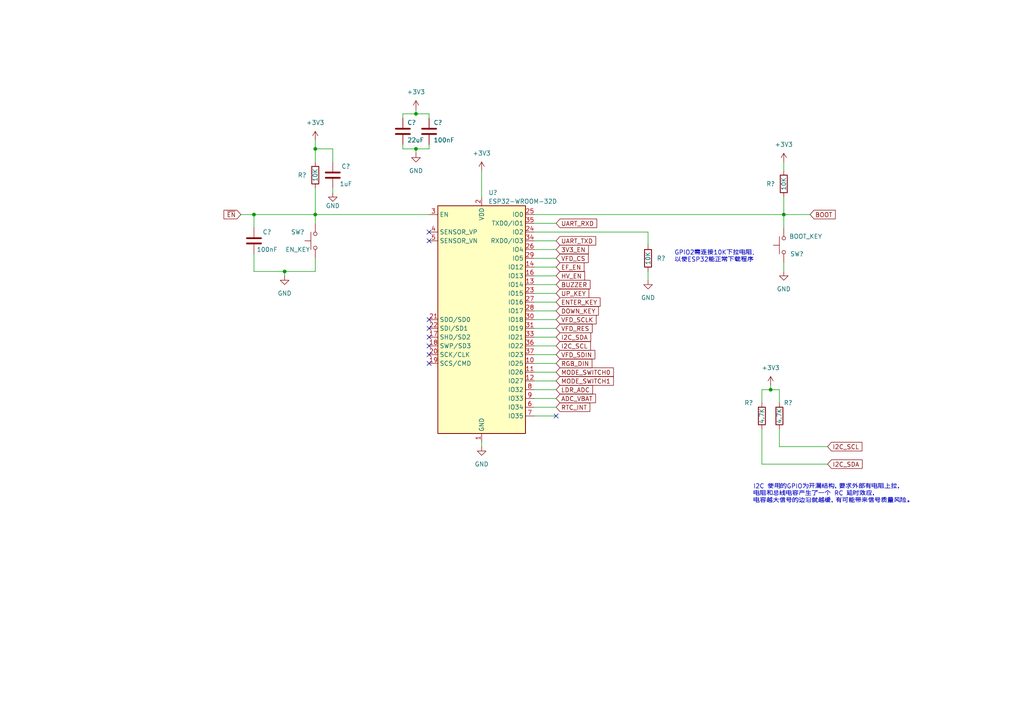
<source format=kicad_sch>
(kicad_sch (version 20230121) (generator eeschema)

  (uuid c3f780b9-b0b4-4e35-9141-424fb3792e70)

  (paper "A4")

  (title_block
    (title "ChronoVolt_Control")
    (date "2023-10-08")
    (rev "0.3")
    (company "Final Resolution")
  )

  (lib_symbols
    (symbol "Device:C" (pin_numbers hide) (pin_names (offset 0.254)) (in_bom yes) (on_board yes)
      (property "Reference" "C" (at 0.635 2.54 0)
        (effects (font (size 1.27 1.27)) (justify left))
      )
      (property "Value" "C" (at 0.635 -2.54 0)
        (effects (font (size 1.27 1.27)) (justify left))
      )
      (property "Footprint" "" (at 0.9652 -3.81 0)
        (effects (font (size 1.27 1.27)) hide)
      )
      (property "Datasheet" "~" (at 0 0 0)
        (effects (font (size 1.27 1.27)) hide)
      )
      (property "ki_keywords" "cap capacitor" (at 0 0 0)
        (effects (font (size 1.27 1.27)) hide)
      )
      (property "ki_description" "Unpolarized capacitor" (at 0 0 0)
        (effects (font (size 1.27 1.27)) hide)
      )
      (property "ki_fp_filters" "C_*" (at 0 0 0)
        (effects (font (size 1.27 1.27)) hide)
      )
      (symbol "C_0_1"
        (polyline
          (pts
            (xy -2.032 -0.762)
            (xy 2.032 -0.762)
          )
          (stroke (width 0.508) (type default))
          (fill (type none))
        )
        (polyline
          (pts
            (xy -2.032 0.762)
            (xy 2.032 0.762)
          )
          (stroke (width 0.508) (type default))
          (fill (type none))
        )
      )
      (symbol "C_1_1"
        (pin passive line (at 0 3.81 270) (length 2.794)
          (name "~" (effects (font (size 1.27 1.27))))
          (number "1" (effects (font (size 1.27 1.27))))
        )
        (pin passive line (at 0 -3.81 90) (length 2.794)
          (name "~" (effects (font (size 1.27 1.27))))
          (number "2" (effects (font (size 1.27 1.27))))
        )
      )
    )
    (symbol "Device:R" (pin_numbers hide) (pin_names (offset 0)) (in_bom yes) (on_board yes)
      (property "Reference" "R" (at 2.032 0 90)
        (effects (font (size 1.27 1.27)))
      )
      (property "Value" "R" (at 0 0 90)
        (effects (font (size 1.27 1.27)))
      )
      (property "Footprint" "" (at -1.778 0 90)
        (effects (font (size 1.27 1.27)) hide)
      )
      (property "Datasheet" "~" (at 0 0 0)
        (effects (font (size 1.27 1.27)) hide)
      )
      (property "ki_keywords" "R res resistor" (at 0 0 0)
        (effects (font (size 1.27 1.27)) hide)
      )
      (property "ki_description" "Resistor" (at 0 0 0)
        (effects (font (size 1.27 1.27)) hide)
      )
      (property "ki_fp_filters" "R_*" (at 0 0 0)
        (effects (font (size 1.27 1.27)) hide)
      )
      (symbol "R_0_1"
        (rectangle (start -1.016 -2.54) (end 1.016 2.54)
          (stroke (width 0.254) (type default))
          (fill (type none))
        )
      )
      (symbol "R_1_1"
        (pin passive line (at 0 3.81 270) (length 1.27)
          (name "~" (effects (font (size 1.27 1.27))))
          (number "1" (effects (font (size 1.27 1.27))))
        )
        (pin passive line (at 0 -3.81 90) (length 1.27)
          (name "~" (effects (font (size 1.27 1.27))))
          (number "2" (effects (font (size 1.27 1.27))))
        )
      )
    )
    (symbol "RF_Module:ESP32-WROOM-32D" (in_bom yes) (on_board yes)
      (property "Reference" "U" (at -12.7 34.29 0)
        (effects (font (size 1.27 1.27)) (justify left))
      )
      (property "Value" "ESP32-WROOM-32D" (at 1.27 34.29 0)
        (effects (font (size 1.27 1.27)) (justify left))
      )
      (property "Footprint" "RF_Module:ESP32-WROOM-32D" (at 16.51 -34.29 0)
        (effects (font (size 1.27 1.27)) hide)
      )
      (property "Datasheet" "https://www.espressif.com/sites/default/files/documentation/esp32-wroom-32d_esp32-wroom-32u_datasheet_en.pdf" (at -7.62 1.27 0)
        (effects (font (size 1.27 1.27)) hide)
      )
      (property "ki_keywords" "RF Radio BT ESP ESP32 Espressif onboard PCB antenna" (at 0 0 0)
        (effects (font (size 1.27 1.27)) hide)
      )
      (property "ki_description" "RF Module, ESP32-D0WD SoC, Wi-Fi 802.11b/g/n, Bluetooth, BLE, 32-bit, 2.7-3.6V, onboard antenna, SMD" (at 0 0 0)
        (effects (font (size 1.27 1.27)) hide)
      )
      (property "ki_fp_filters" "ESP32?WROOM?32D*" (at 0 0 0)
        (effects (font (size 1.27 1.27)) hide)
      )
      (symbol "ESP32-WROOM-32D_0_1"
        (rectangle (start -12.7 33.02) (end 12.7 -33.02)
          (stroke (width 0.254) (type default))
          (fill (type background))
        )
      )
      (symbol "ESP32-WROOM-32D_1_1"
        (pin power_in line (at 0 -35.56 90) (length 2.54)
          (name "GND" (effects (font (size 1.27 1.27))))
          (number "1" (effects (font (size 1.27 1.27))))
        )
        (pin bidirectional line (at 15.24 -12.7 180) (length 2.54)
          (name "IO25" (effects (font (size 1.27 1.27))))
          (number "10" (effects (font (size 1.27 1.27))))
        )
        (pin bidirectional line (at 15.24 -15.24 180) (length 2.54)
          (name "IO26" (effects (font (size 1.27 1.27))))
          (number "11" (effects (font (size 1.27 1.27))))
        )
        (pin bidirectional line (at 15.24 -17.78 180) (length 2.54)
          (name "IO27" (effects (font (size 1.27 1.27))))
          (number "12" (effects (font (size 1.27 1.27))))
        )
        (pin bidirectional line (at 15.24 10.16 180) (length 2.54)
          (name "IO14" (effects (font (size 1.27 1.27))))
          (number "13" (effects (font (size 1.27 1.27))))
        )
        (pin bidirectional line (at 15.24 15.24 180) (length 2.54)
          (name "IO12" (effects (font (size 1.27 1.27))))
          (number "14" (effects (font (size 1.27 1.27))))
        )
        (pin passive line (at 0 -35.56 90) (length 2.54) hide
          (name "GND" (effects (font (size 1.27 1.27))))
          (number "15" (effects (font (size 1.27 1.27))))
        )
        (pin bidirectional line (at 15.24 12.7 180) (length 2.54)
          (name "IO13" (effects (font (size 1.27 1.27))))
          (number "16" (effects (font (size 1.27 1.27))))
        )
        (pin bidirectional line (at -15.24 -5.08 0) (length 2.54)
          (name "SHD/SD2" (effects (font (size 1.27 1.27))))
          (number "17" (effects (font (size 1.27 1.27))))
        )
        (pin bidirectional line (at -15.24 -7.62 0) (length 2.54)
          (name "SWP/SD3" (effects (font (size 1.27 1.27))))
          (number "18" (effects (font (size 1.27 1.27))))
        )
        (pin bidirectional line (at -15.24 -12.7 0) (length 2.54)
          (name "SCS/CMD" (effects (font (size 1.27 1.27))))
          (number "19" (effects (font (size 1.27 1.27))))
        )
        (pin power_in line (at 0 35.56 270) (length 2.54)
          (name "VDD" (effects (font (size 1.27 1.27))))
          (number "2" (effects (font (size 1.27 1.27))))
        )
        (pin bidirectional line (at -15.24 -10.16 0) (length 2.54)
          (name "SCK/CLK" (effects (font (size 1.27 1.27))))
          (number "20" (effects (font (size 1.27 1.27))))
        )
        (pin bidirectional line (at -15.24 0 0) (length 2.54)
          (name "SDO/SD0" (effects (font (size 1.27 1.27))))
          (number "21" (effects (font (size 1.27 1.27))))
        )
        (pin bidirectional line (at -15.24 -2.54 0) (length 2.54)
          (name "SDI/SD1" (effects (font (size 1.27 1.27))))
          (number "22" (effects (font (size 1.27 1.27))))
        )
        (pin bidirectional line (at 15.24 7.62 180) (length 2.54)
          (name "IO15" (effects (font (size 1.27 1.27))))
          (number "23" (effects (font (size 1.27 1.27))))
        )
        (pin bidirectional line (at 15.24 25.4 180) (length 2.54)
          (name "IO2" (effects (font (size 1.27 1.27))))
          (number "24" (effects (font (size 1.27 1.27))))
        )
        (pin bidirectional line (at 15.24 30.48 180) (length 2.54)
          (name "IO0" (effects (font (size 1.27 1.27))))
          (number "25" (effects (font (size 1.27 1.27))))
        )
        (pin bidirectional line (at 15.24 20.32 180) (length 2.54)
          (name "IO4" (effects (font (size 1.27 1.27))))
          (number "26" (effects (font (size 1.27 1.27))))
        )
        (pin bidirectional line (at 15.24 5.08 180) (length 2.54)
          (name "IO16" (effects (font (size 1.27 1.27))))
          (number "27" (effects (font (size 1.27 1.27))))
        )
        (pin bidirectional line (at 15.24 2.54 180) (length 2.54)
          (name "IO17" (effects (font (size 1.27 1.27))))
          (number "28" (effects (font (size 1.27 1.27))))
        )
        (pin bidirectional line (at 15.24 17.78 180) (length 2.54)
          (name "IO5" (effects (font (size 1.27 1.27))))
          (number "29" (effects (font (size 1.27 1.27))))
        )
        (pin input line (at -15.24 30.48 0) (length 2.54)
          (name "EN" (effects (font (size 1.27 1.27))))
          (number "3" (effects (font (size 1.27 1.27))))
        )
        (pin bidirectional line (at 15.24 0 180) (length 2.54)
          (name "IO18" (effects (font (size 1.27 1.27))))
          (number "30" (effects (font (size 1.27 1.27))))
        )
        (pin bidirectional line (at 15.24 -2.54 180) (length 2.54)
          (name "IO19" (effects (font (size 1.27 1.27))))
          (number "31" (effects (font (size 1.27 1.27))))
        )
        (pin no_connect line (at -12.7 -27.94 0) (length 2.54) hide
          (name "NC" (effects (font (size 1.27 1.27))))
          (number "32" (effects (font (size 1.27 1.27))))
        )
        (pin bidirectional line (at 15.24 -5.08 180) (length 2.54)
          (name "IO21" (effects (font (size 1.27 1.27))))
          (number "33" (effects (font (size 1.27 1.27))))
        )
        (pin bidirectional line (at 15.24 22.86 180) (length 2.54)
          (name "RXD0/IO3" (effects (font (size 1.27 1.27))))
          (number "34" (effects (font (size 1.27 1.27))))
        )
        (pin bidirectional line (at 15.24 27.94 180) (length 2.54)
          (name "TXD0/IO1" (effects (font (size 1.27 1.27))))
          (number "35" (effects (font (size 1.27 1.27))))
        )
        (pin bidirectional line (at 15.24 -7.62 180) (length 2.54)
          (name "IO22" (effects (font (size 1.27 1.27))))
          (number "36" (effects (font (size 1.27 1.27))))
        )
        (pin bidirectional line (at 15.24 -10.16 180) (length 2.54)
          (name "IO23" (effects (font (size 1.27 1.27))))
          (number "37" (effects (font (size 1.27 1.27))))
        )
        (pin passive line (at 0 -35.56 90) (length 2.54) hide
          (name "GND" (effects (font (size 1.27 1.27))))
          (number "38" (effects (font (size 1.27 1.27))))
        )
        (pin passive line (at 0 -35.56 90) (length 2.54) hide
          (name "GND" (effects (font (size 1.27 1.27))))
          (number "39" (effects (font (size 1.27 1.27))))
        )
        (pin input line (at -15.24 25.4 0) (length 2.54)
          (name "SENSOR_VP" (effects (font (size 1.27 1.27))))
          (number "4" (effects (font (size 1.27 1.27))))
        )
        (pin input line (at -15.24 22.86 0) (length 2.54)
          (name "SENSOR_VN" (effects (font (size 1.27 1.27))))
          (number "5" (effects (font (size 1.27 1.27))))
        )
        (pin input line (at 15.24 -25.4 180) (length 2.54)
          (name "IO34" (effects (font (size 1.27 1.27))))
          (number "6" (effects (font (size 1.27 1.27))))
        )
        (pin input line (at 15.24 -27.94 180) (length 2.54)
          (name "IO35" (effects (font (size 1.27 1.27))))
          (number "7" (effects (font (size 1.27 1.27))))
        )
        (pin bidirectional line (at 15.24 -20.32 180) (length 2.54)
          (name "IO32" (effects (font (size 1.27 1.27))))
          (number "8" (effects (font (size 1.27 1.27))))
        )
        (pin bidirectional line (at 15.24 -22.86 180) (length 2.54)
          (name "IO33" (effects (font (size 1.27 1.27))))
          (number "9" (effects (font (size 1.27 1.27))))
        )
      )
    )
    (symbol "Switch:SW_Push" (pin_numbers hide) (pin_names (offset 1.016) hide) (in_bom yes) (on_board yes)
      (property "Reference" "SW" (at 1.27 2.54 0)
        (effects (font (size 1.27 1.27)) (justify left))
      )
      (property "Value" "SW_Push" (at 0 -1.524 0)
        (effects (font (size 1.27 1.27)))
      )
      (property "Footprint" "" (at 0 5.08 0)
        (effects (font (size 1.27 1.27)) hide)
      )
      (property "Datasheet" "~" (at 0 5.08 0)
        (effects (font (size 1.27 1.27)) hide)
      )
      (property "ki_keywords" "switch normally-open pushbutton push-button" (at 0 0 0)
        (effects (font (size 1.27 1.27)) hide)
      )
      (property "ki_description" "Push button switch, generic, two pins" (at 0 0 0)
        (effects (font (size 1.27 1.27)) hide)
      )
      (symbol "SW_Push_0_1"
        (circle (center -2.032 0) (radius 0.508)
          (stroke (width 0) (type default))
          (fill (type none))
        )
        (polyline
          (pts
            (xy 0 1.27)
            (xy 0 3.048)
          )
          (stroke (width 0) (type default))
          (fill (type none))
        )
        (polyline
          (pts
            (xy 2.54 1.27)
            (xy -2.54 1.27)
          )
          (stroke (width 0) (type default))
          (fill (type none))
        )
        (circle (center 2.032 0) (radius 0.508)
          (stroke (width 0) (type default))
          (fill (type none))
        )
        (pin passive line (at -5.08 0 0) (length 2.54)
          (name "1" (effects (font (size 1.27 1.27))))
          (number "1" (effects (font (size 1.27 1.27))))
        )
        (pin passive line (at 5.08 0 180) (length 2.54)
          (name "2" (effects (font (size 1.27 1.27))))
          (number "2" (effects (font (size 1.27 1.27))))
        )
      )
    )
    (symbol "power:+3V3" (power) (pin_names (offset 0)) (in_bom yes) (on_board yes)
      (property "Reference" "#PWR" (at 0 -3.81 0)
        (effects (font (size 1.27 1.27)) hide)
      )
      (property "Value" "+3V3" (at 0 3.556 0)
        (effects (font (size 1.27 1.27)))
      )
      (property "Footprint" "" (at 0 0 0)
        (effects (font (size 1.27 1.27)) hide)
      )
      (property "Datasheet" "" (at 0 0 0)
        (effects (font (size 1.27 1.27)) hide)
      )
      (property "ki_keywords" "global power" (at 0 0 0)
        (effects (font (size 1.27 1.27)) hide)
      )
      (property "ki_description" "Power symbol creates a global label with name \"+3V3\"" (at 0 0 0)
        (effects (font (size 1.27 1.27)) hide)
      )
      (symbol "+3V3_0_1"
        (polyline
          (pts
            (xy -0.762 1.27)
            (xy 0 2.54)
          )
          (stroke (width 0) (type default))
          (fill (type none))
        )
        (polyline
          (pts
            (xy 0 0)
            (xy 0 2.54)
          )
          (stroke (width 0) (type default))
          (fill (type none))
        )
        (polyline
          (pts
            (xy 0 2.54)
            (xy 0.762 1.27)
          )
          (stroke (width 0) (type default))
          (fill (type none))
        )
      )
      (symbol "+3V3_1_1"
        (pin power_in line (at 0 0 90) (length 0) hide
          (name "+3V3" (effects (font (size 1.27 1.27))))
          (number "1" (effects (font (size 1.27 1.27))))
        )
      )
    )
    (symbol "power:GND" (power) (pin_names (offset 0)) (in_bom yes) (on_board yes)
      (property "Reference" "#PWR" (at 0 -6.35 0)
        (effects (font (size 1.27 1.27)) hide)
      )
      (property "Value" "GND" (at 0 -3.81 0)
        (effects (font (size 1.27 1.27)))
      )
      (property "Footprint" "" (at 0 0 0)
        (effects (font (size 1.27 1.27)) hide)
      )
      (property "Datasheet" "" (at 0 0 0)
        (effects (font (size 1.27 1.27)) hide)
      )
      (property "ki_keywords" "global power" (at 0 0 0)
        (effects (font (size 1.27 1.27)) hide)
      )
      (property "ki_description" "Power symbol creates a global label with name \"GND\" , ground" (at 0 0 0)
        (effects (font (size 1.27 1.27)) hide)
      )
      (symbol "GND_0_1"
        (polyline
          (pts
            (xy 0 0)
            (xy 0 -1.27)
            (xy 1.27 -1.27)
            (xy 0 -2.54)
            (xy -1.27 -1.27)
            (xy 0 -1.27)
          )
          (stroke (width 0) (type default))
          (fill (type none))
        )
      )
      (symbol "GND_1_1"
        (pin power_in line (at 0 0 270) (length 0) hide
          (name "GND" (effects (font (size 1.27 1.27))))
          (number "1" (effects (font (size 1.27 1.27))))
        )
      )
    )
  )

  (junction (at 223.52 113.03) (diameter 0) (color 0 0 0 0)
    (uuid 1da87b99-fd0b-4357-9bac-ada2505c2ba1)
  )
  (junction (at 73.66 62.23) (diameter 0) (color 0 0 0 0)
    (uuid 2e6c672b-a2a8-446b-adde-dcbc115acbbc)
  )
  (junction (at 120.65 43.18) (diameter 0) (color 0 0 0 0)
    (uuid 48b407d5-894a-42bc-b248-3c391d37c98a)
  )
  (junction (at 82.55 78.74) (diameter 0) (color 0 0 0 0)
    (uuid 49388de4-31a1-4fcc-87d5-cf620d82c76a)
  )
  (junction (at 227.33 62.23) (diameter 0) (color 0 0 0 0)
    (uuid 740c9df9-d0de-422b-9473-4a81e5e493dc)
  )
  (junction (at 91.44 43.18) (diameter 0) (color 0 0 0 0)
    (uuid 7de4e346-fcea-445d-b923-218f727bf395)
  )
  (junction (at 120.65 33.02) (diameter 0) (color 0 0 0 0)
    (uuid 83e0c13d-46be-40e2-9ff7-fda50eff43a3)
  )
  (junction (at 91.44 62.23) (diameter 0) (color 0 0 0 0)
    (uuid 8d0444a1-7612-4541-b3be-59ce078ee9ea)
  )

  (no_connect (at 124.46 105.41) (uuid 08cd5717-b7de-4827-a51f-15eef3c9d80c))
  (no_connect (at 124.46 102.87) (uuid 4ddc3687-190f-4620-98b5-b87f17ee7a9d))
  (no_connect (at 124.46 95.25) (uuid 5d96150b-40b2-4bd1-878e-d62bf84971a9))
  (no_connect (at 124.46 97.79) (uuid 6f01eebc-5e47-4be6-b971-fdf6e1cdeb1a))
  (no_connect (at 124.46 92.71) (uuid 73eb54f7-f28c-4899-9891-6a805ef5c4b2))
  (no_connect (at 161.29 120.65) (uuid 984fa623-72f9-4dac-94e3-6d1bab3079f0))
  (no_connect (at 124.46 67.31) (uuid ac6ee872-41e9-41d3-ab92-39ac92708704))
  (no_connect (at 124.46 100.33) (uuid ba73ef47-7eae-4054-bc23-844fe6365b91))
  (no_connect (at 124.46 69.85) (uuid c8c2a83b-a7a2-403d-9c6a-814be2e1d17e))

  (wire (pts (xy 161.29 110.49) (xy 154.94 110.49))
    (stroke (width 0) (type default))
    (uuid 02abbeb6-14a1-47b0-b485-f5c4a0948008)
  )
  (wire (pts (xy 124.46 43.18) (xy 124.46 41.91))
    (stroke (width 0) (type default))
    (uuid 0347eae6-28e2-4042-a1e6-ff6fdf12ea11)
  )
  (wire (pts (xy 73.66 78.74) (xy 82.55 78.74))
    (stroke (width 0) (type default))
    (uuid 071495c2-e9b7-44d9-8b9c-fee187751995)
  )
  (wire (pts (xy 154.94 67.31) (xy 187.96 67.31))
    (stroke (width 0) (type default))
    (uuid 0837230c-032f-44f8-907a-97f43a2c9185)
  )
  (wire (pts (xy 116.84 41.91) (xy 116.84 43.18))
    (stroke (width 0) (type default))
    (uuid 09d87619-0dfa-4630-9f81-1be20c5c2ee2)
  )
  (wire (pts (xy 91.44 54.61) (xy 91.44 62.23))
    (stroke (width 0) (type default))
    (uuid 0d99731e-3758-40d6-b903-1f96fce59589)
  )
  (wire (pts (xy 91.44 62.23) (xy 91.44 64.77))
    (stroke (width 0) (type default))
    (uuid 0fc52651-2a11-4159-a3e7-e2b086ebd5cc)
  )
  (wire (pts (xy 161.29 82.55) (xy 154.94 82.55))
    (stroke (width 0) (type default))
    (uuid 11b6d0d0-609a-4bb3-9077-21be669c21cf)
  )
  (wire (pts (xy 154.94 72.39) (xy 161.29 72.39))
    (stroke (width 0) (type default))
    (uuid 11d74c08-9fea-4e73-8fa0-2c8d75496441)
  )
  (wire (pts (xy 161.29 120.65) (xy 154.94 120.65))
    (stroke (width 0) (type default))
    (uuid 12507ba5-7240-43dd-b1b1-df3cadd45662)
  )
  (wire (pts (xy 91.44 62.23) (xy 124.46 62.23))
    (stroke (width 0) (type default))
    (uuid 1883513f-e20e-4fd7-b412-eda68935c901)
  )
  (wire (pts (xy 223.52 111.76) (xy 223.52 113.03))
    (stroke (width 0) (type default))
    (uuid 26bd6ea8-73ea-483a-8909-f67f85ce7d34)
  )
  (wire (pts (xy 161.29 92.71) (xy 154.94 92.71))
    (stroke (width 0) (type default))
    (uuid 28f22cd8-ae0e-4b59-bfa4-5503385a4bc5)
  )
  (wire (pts (xy 220.98 113.03) (xy 223.52 113.03))
    (stroke (width 0) (type default))
    (uuid 296019f3-d1a2-40bc-a0b0-54595b5b77bb)
  )
  (wire (pts (xy 226.06 116.84) (xy 226.06 113.03))
    (stroke (width 0) (type default))
    (uuid 2a1c7f85-ec8a-41f9-8758-8b97ae471915)
  )
  (wire (pts (xy 120.65 33.02) (xy 120.65 31.75))
    (stroke (width 0) (type default))
    (uuid 2e77d7a9-2b65-4828-a411-c8e95658c7ce)
  )
  (wire (pts (xy 161.29 115.57) (xy 154.94 115.57))
    (stroke (width 0) (type default))
    (uuid 2f2a43a4-7c00-4c70-a604-95babc1ee345)
  )
  (wire (pts (xy 161.29 74.93) (xy 154.94 74.93))
    (stroke (width 0) (type default))
    (uuid 36817631-70f4-4b6f-b090-243727b233d9)
  )
  (wire (pts (xy 220.98 124.46) (xy 220.98 134.62))
    (stroke (width 0) (type default))
    (uuid 36ae306a-6c7c-496a-bc4c-5ae730b25bfa)
  )
  (wire (pts (xy 82.55 78.74) (xy 91.44 78.74))
    (stroke (width 0) (type default))
    (uuid 3e85fd97-a264-4129-96d2-75cc8b11a11f)
  )
  (wire (pts (xy 120.65 43.18) (xy 124.46 43.18))
    (stroke (width 0) (type default))
    (uuid 40c90c34-0b8f-43d7-8202-07a7c3ef335e)
  )
  (wire (pts (xy 161.29 97.79) (xy 154.94 97.79))
    (stroke (width 0) (type default))
    (uuid 4429752c-b4d2-4b4e-9ecc-5e2757ee0303)
  )
  (wire (pts (xy 161.29 77.47) (xy 154.94 77.47))
    (stroke (width 0) (type default))
    (uuid 480c1a51-27fb-4c0e-9d24-aec2d4441ca6)
  )
  (wire (pts (xy 161.29 80.01) (xy 154.94 80.01))
    (stroke (width 0) (type default))
    (uuid 4ab0b3ec-0088-4980-9e48-171035dd8526)
  )
  (wire (pts (xy 82.55 78.74) (xy 82.55 80.01))
    (stroke (width 0) (type default))
    (uuid 4e554d2d-8967-443d-93c5-ef5839a69420)
  )
  (wire (pts (xy 73.66 73.66) (xy 73.66 78.74))
    (stroke (width 0) (type default))
    (uuid 4f9b3ced-4388-4f9e-9afe-e63556ad7ba8)
  )
  (wire (pts (xy 161.29 100.33) (xy 154.94 100.33))
    (stroke (width 0) (type default))
    (uuid 5396ee6d-12cb-4da8-af0b-e99d5d20b2d3)
  )
  (wire (pts (xy 161.29 118.11) (xy 154.94 118.11))
    (stroke (width 0) (type default))
    (uuid 54a8f28c-e677-4bb0-9426-2b1e8718739a)
  )
  (wire (pts (xy 116.84 43.18) (xy 120.65 43.18))
    (stroke (width 0) (type default))
    (uuid 57f353f0-4b99-4887-aa1c-b29650be4828)
  )
  (wire (pts (xy 220.98 134.62) (xy 240.03 134.62))
    (stroke (width 0) (type default))
    (uuid 58296361-cad0-493b-af98-38c00628b705)
  )
  (wire (pts (xy 124.46 33.02) (xy 120.65 33.02))
    (stroke (width 0) (type default))
    (uuid 5a4a680f-6e83-459e-a8be-44c4dc583e11)
  )
  (wire (pts (xy 91.44 43.18) (xy 91.44 46.99))
    (stroke (width 0) (type default))
    (uuid 5cb0aeaa-3a39-44cb-a744-4471fdf9cc21)
  )
  (wire (pts (xy 139.7 129.54) (xy 139.7 128.27))
    (stroke (width 0) (type default))
    (uuid 5cde4a7e-efb5-437e-88e4-8b99e438549f)
  )
  (wire (pts (xy 226.06 129.54) (xy 240.03 129.54))
    (stroke (width 0) (type default))
    (uuid 5fe6ed9f-586d-490a-bbcf-4581dce99898)
  )
  (wire (pts (xy 161.29 113.03) (xy 154.94 113.03))
    (stroke (width 0) (type default))
    (uuid 6964c929-fa3c-430d-8117-03525dcebeeb)
  )
  (wire (pts (xy 73.66 62.23) (xy 73.66 66.04))
    (stroke (width 0) (type default))
    (uuid 7150ee86-3c6a-4e69-8e3b-69fe557921e2)
  )
  (wire (pts (xy 124.46 34.29) (xy 124.46 33.02))
    (stroke (width 0) (type default))
    (uuid 726971d3-8b31-4d8b-b50c-1a0331505966)
  )
  (wire (pts (xy 227.33 62.23) (xy 227.33 66.04))
    (stroke (width 0) (type default))
    (uuid 76cb9584-8ef7-45d3-80d8-f03989300ad6)
  )
  (wire (pts (xy 227.33 76.2) (xy 227.33 78.74))
    (stroke (width 0) (type default))
    (uuid 77da8bfc-5f35-477a-8dcc-03ac7f282031)
  )
  (wire (pts (xy 187.96 67.31) (xy 187.96 71.12))
    (stroke (width 0) (type default))
    (uuid 7880ca0e-e91d-4ca6-b540-42d3bf1e3d8e)
  )
  (wire (pts (xy 226.06 124.46) (xy 226.06 129.54))
    (stroke (width 0) (type default))
    (uuid 7bff8a8e-8b08-45f5-b2f4-a8c83de41d1f)
  )
  (wire (pts (xy 139.7 49.53) (xy 139.7 57.15))
    (stroke (width 0) (type default))
    (uuid 89c1e1bb-688a-42de-964a-4cc8abc8c700)
  )
  (wire (pts (xy 161.29 102.87) (xy 154.94 102.87))
    (stroke (width 0) (type default))
    (uuid 8de05527-e4d6-43d5-854d-b63c9cfe2628)
  )
  (wire (pts (xy 223.52 113.03) (xy 226.06 113.03))
    (stroke (width 0) (type default))
    (uuid 9079e966-7012-4743-9cde-2bc7254cccd6)
  )
  (wire (pts (xy 227.33 62.23) (xy 234.95 62.23))
    (stroke (width 0) (type default))
    (uuid 96e1144e-13a8-4945-9a5c-bbc785fa27b1)
  )
  (wire (pts (xy 161.29 64.77) (xy 154.94 64.77))
    (stroke (width 0) (type default))
    (uuid 98d10fa3-e525-4c63-a4c7-052b177bbf0c)
  )
  (wire (pts (xy 227.33 57.15) (xy 227.33 62.23))
    (stroke (width 0) (type default))
    (uuid a14db4ef-213c-47eb-a3db-1735e52f1ec3)
  )
  (wire (pts (xy 91.44 40.64) (xy 91.44 43.18))
    (stroke (width 0) (type default))
    (uuid ab3e5e65-a02f-446e-bec2-919dd5a5d334)
  )
  (wire (pts (xy 120.65 43.18) (xy 120.65 44.45))
    (stroke (width 0) (type default))
    (uuid ac94b570-4583-43dd-a27d-4ed82080ce54)
  )
  (wire (pts (xy 161.29 90.17) (xy 154.94 90.17))
    (stroke (width 0) (type default))
    (uuid aea248ab-1494-45cb-8aa0-f95dd4c27056)
  )
  (wire (pts (xy 69.85 62.23) (xy 73.66 62.23))
    (stroke (width 0) (type default))
    (uuid b800dfc0-339f-4cda-969c-ab6a01020dc2)
  )
  (wire (pts (xy 116.84 34.29) (xy 116.84 33.02))
    (stroke (width 0) (type default))
    (uuid c0149d22-7707-4d1f-8a25-18498469e39d)
  )
  (wire (pts (xy 91.44 74.93) (xy 91.44 78.74))
    (stroke (width 0) (type default))
    (uuid c76e448b-69b7-4d5e-90ee-ae1f50b3cf02)
  )
  (wire (pts (xy 220.98 116.84) (xy 220.98 113.03))
    (stroke (width 0) (type default))
    (uuid c8f7cf4a-313b-4740-9d35-42783aad056f)
  )
  (wire (pts (xy 73.66 62.23) (xy 91.44 62.23))
    (stroke (width 0) (type default))
    (uuid c8fb170a-1d98-41e7-a772-1f77eb02478d)
  )
  (wire (pts (xy 161.29 85.09) (xy 154.94 85.09))
    (stroke (width 0) (type default))
    (uuid cb5dde0d-4c96-40c6-8a07-7efab5a313d1)
  )
  (wire (pts (xy 96.52 46.99) (xy 96.52 43.18))
    (stroke (width 0) (type default))
    (uuid cb88b8e9-a8ed-420a-b494-d1d269b46b9c)
  )
  (wire (pts (xy 96.52 54.61) (xy 96.52 55.88))
    (stroke (width 0) (type default))
    (uuid da997608-9eef-4934-8c6b-40cbeb6b869f)
  )
  (wire (pts (xy 154.94 62.23) (xy 227.33 62.23))
    (stroke (width 0) (type default))
    (uuid e027d176-673e-4b42-baf4-bc3db71e11dc)
  )
  (wire (pts (xy 161.29 87.63) (xy 154.94 87.63))
    (stroke (width 0) (type default))
    (uuid e0601545-672d-49c9-b75a-8e7c1bb2b993)
  )
  (wire (pts (xy 116.84 33.02) (xy 120.65 33.02))
    (stroke (width 0) (type default))
    (uuid e9555d48-ca48-4fe9-9b23-1f3fbb0c267b)
  )
  (wire (pts (xy 161.29 95.25) (xy 154.94 95.25))
    (stroke (width 0) (type default))
    (uuid ebfa4c02-94c6-41d0-9347-ccccef67fa66)
  )
  (wire (pts (xy 161.29 105.41) (xy 154.94 105.41))
    (stroke (width 0) (type default))
    (uuid ec1ea724-d5f2-4f00-ab49-ad37c4d5aa26)
  )
  (wire (pts (xy 227.33 46.99) (xy 227.33 49.53))
    (stroke (width 0) (type default))
    (uuid ece6d9cf-e38e-49c4-ae23-8d1ae23e832c)
  )
  (wire (pts (xy 161.29 107.95) (xy 154.94 107.95))
    (stroke (width 0) (type default))
    (uuid ef93ab0f-69c3-4e00-bf44-d560d4e87847)
  )
  (wire (pts (xy 91.44 43.18) (xy 96.52 43.18))
    (stroke (width 0) (type default))
    (uuid fa448caa-2b0d-48b0-b7da-d3aef12c8301)
  )
  (wire (pts (xy 161.29 69.85) (xy 154.94 69.85))
    (stroke (width 0) (type default))
    (uuid fcf70fb0-20a0-4de9-b2f1-004644ebc550)
  )
  (wire (pts (xy 187.96 81.28) (xy 187.96 78.74))
    (stroke (width 0) (type default))
    (uuid fdc8a42a-b424-4d7e-8e85-3f5f13a9312a)
  )

  (text "I2C 使用的GPIO为开漏结构，要求外部有电阻上拉，\n电阻和总线电容产生了一个 RC 延时效应，\n电容越大信号的边沿就越缓，有可能带来信号质量风险。"
    (at 218.44 146.05 0)
    (effects (font (size 1.27 1.27)) (justify left bottom))
    (uuid b6f2af69-cd26-4f06-ad78-37df00898b0c)
  )
  (text "GPIO2需连接10K下拉电阻,\n以使ESP32能正常下载程序" (at 195.58 76.2 0)
    (effects (font (size 1.27 1.27)) (justify left bottom))
    (uuid e87b28a8-2b03-457b-bc73-bd8a2bb0e654)
  )

  (global_label "VFD_SDIN" (shape input) (at 161.29 102.87 0) (fields_autoplaced)
    (effects (font (size 1.27 1.27)) (justify left))
    (uuid 035cdcea-453b-4f87-addd-191eed91b29d)
    (property "Intersheetrefs" "${INTERSHEET_REFS}" (at 173.0254 102.87 0)
      (effects (font (size 1.27 1.27)) (justify left))
    )
  )
  (global_label "MODE_SWITCH1" (shape input) (at 161.29 110.49 0) (fields_autoplaced)
    (effects (font (size 1.27 1.27)) (justify left))
    (uuid 071e731e-be9a-4684-8d1b-f0230c646a2a)
    (property "Intersheetrefs" "${INTERSHEET_REFS}" (at 178.4076 110.49 0)
      (effects (font (size 1.27 1.27)) (justify left))
    )
  )
  (global_label "HV_EN" (shape input) (at 161.29 80.01 0) (fields_autoplaced)
    (effects (font (size 1.27 1.27)) (justify left))
    (uuid 0917af4e-a1e4-4419-9378-c3263caa22a5)
    (property "Intersheetrefs" "${INTERSHEET_REFS}" (at 170.062 80.01 0)
      (effects (font (size 1.27 1.27)) (justify left))
    )
  )
  (global_label "UART_TXD" (shape input) (at 161.29 69.85 0) (fields_autoplaced)
    (effects (font (size 1.27 1.27)) (justify left))
    (uuid 11735567-cd6a-4a14-b6ec-0f35a07004a3)
    (property "Intersheetrefs" "${INTERSHEET_REFS}" (at 172.7745 69.7706 0)
      (effects (font (size 1.27 1.27)) (justify left))
    )
  )
  (global_label "MODE_SWITCH0" (shape input) (at 161.29 107.95 0) (fields_autoplaced)
    (effects (font (size 1.27 1.27)) (justify left))
    (uuid 46697eea-3a64-47ee-be40-ebbb5a2862a8)
    (property "Intersheetrefs" "${INTERSHEET_REFS}" (at 178.4076 107.95 0)
      (effects (font (size 1.27 1.27)) (justify left))
    )
  )
  (global_label "RGB_DIN" (shape input) (at 161.29 105.41 0) (fields_autoplaced)
    (effects (font (size 1.27 1.27)) (justify left))
    (uuid 46943778-d5be-4256-9a85-0bf825182b3e)
    (property "Intersheetrefs" "${INTERSHEET_REFS}" (at 172.1787 105.41 0)
      (effects (font (size 1.27 1.27)) (justify left))
    )
  )
  (global_label "VFD_CS" (shape input) (at 161.29 74.93 0) (fields_autoplaced)
    (effects (font (size 1.27 1.27)) (justify left))
    (uuid 52f92fb6-0f7c-4ef2-a27d-c67103247747)
    (property "Intersheetrefs" "${INTERSHEET_REFS}" (at 171.0901 74.93 0)
      (effects (font (size 1.27 1.27)) (justify left))
    )
  )
  (global_label "LDR_ADC" (shape input) (at 161.29 113.03 0) (fields_autoplaced)
    (effects (font (size 1.27 1.27)) (justify left))
    (uuid 53444989-07cd-4d9f-a65f-f52647ab6b80)
    (property "Intersheetrefs" "${INTERSHEET_REFS}" (at 172.3601 113.03 0)
      (effects (font (size 1.27 1.27)) (justify left))
    )
  )
  (global_label "DOWN_KEY" (shape input) (at 161.29 90.17 0) (fields_autoplaced)
    (effects (font (size 1.27 1.27)) (justify left))
    (uuid 53fade0c-3a33-4ed2-8063-01ebc131e7c2)
    (property "Intersheetrefs" "${INTERSHEET_REFS}" (at 174.0534 90.17 0)
      (effects (font (size 1.27 1.27)) (justify left))
    )
  )
  (global_label "BUZZER" (shape input) (at 161.29 82.55 0) (fields_autoplaced)
    (effects (font (size 1.27 1.27)) (justify left))
    (uuid 55f4d910-49b9-469b-bb29-e8588b7c0d1b)
    (property "Intersheetrefs" "${INTERSHEET_REFS}" (at 171.6343 82.55 0)
      (effects (font (size 1.27 1.27)) (justify left))
    )
  )
  (global_label "UP_KEY" (shape input) (at 161.29 85.09 0) (fields_autoplaced)
    (effects (font (size 1.27 1.27)) (justify left))
    (uuid 5cfa8c7a-3fb9-451f-b750-b7e699195c06)
    (property "Intersheetrefs" "${INTERSHEET_REFS}" (at 171.2715 85.09 0)
      (effects (font (size 1.27 1.27)) (justify left))
    )
  )
  (global_label "I2C_SCL" (shape input) (at 161.29 100.33 0) (fields_autoplaced)
    (effects (font (size 1.27 1.27)) (justify left))
    (uuid 6ef4d12d-bfb6-433f-b409-895341d215dc)
    (property "Intersheetrefs" "${INTERSHEET_REFS}" (at 171.2626 100.2506 0)
      (effects (font (size 1.27 1.27)) (justify left))
    )
  )
  (global_label "EF_EN" (shape input) (at 161.29 77.47 0) (fields_autoplaced)
    (effects (font (size 1.27 1.27)) (justify left))
    (uuid 74490380-9164-49a5-afe4-c396ad525ac0)
    (property "Intersheetrefs" "${INTERSHEET_REFS}" (at 169.8805 77.47 0)
      (effects (font (size 1.27 1.27)) (justify left))
    )
  )
  (global_label "~{EN}" (shape input) (at 69.85 62.23 180) (fields_autoplaced)
    (effects (font (size 1.27 1.27)) (justify right))
    (uuid 76325444-6113-45cc-b62a-978bff51bfb0)
    (property "Intersheetrefs" "${INTERSHEET_REFS}" (at 64.9574 62.1506 0)
      (effects (font (size 1.27 1.27)) (justify right))
    )
  )
  (global_label "VFD_SCLK" (shape input) (at 161.29 92.71 0) (fields_autoplaced)
    (effects (font (size 1.27 1.27)) (justify left))
    (uuid 764306db-5c29-4f83-89a5-6e7a304ccc21)
    (property "Intersheetrefs" "${INTERSHEET_REFS}" (at 173.3882 92.71 0)
      (effects (font (size 1.27 1.27)) (justify left))
    )
  )
  (global_label "3V3_EN" (shape input) (at 161.29 72.39 0) (fields_autoplaced)
    (effects (font (size 1.27 1.27)) (justify left))
    (uuid 78b28bd9-bf8f-4f28-b585-4151e32d5c2a)
    (property "Intersheetrefs" "${INTERSHEET_REFS}" (at 171.1505 72.39 0)
      (effects (font (size 1.27 1.27)) (justify left))
    )
  )
  (global_label "I2C_SCL" (shape input) (at 240.03 129.54 0) (fields_autoplaced)
    (effects (font (size 1.27 1.27)) (justify left))
    (uuid 85a87d82-7079-4c35-98dd-3fe4720ee304)
    (property "Intersheetrefs" "${INTERSHEET_REFS}" (at 250.0026 129.4606 0)
      (effects (font (size 1.27 1.27)) (justify left))
    )
  )
  (global_label "BOOT" (shape input) (at 234.95 62.23 0) (fields_autoplaced)
    (effects (font (size 1.27 1.27)) (justify left))
    (uuid a505647e-d693-4edf-99b6-d39059306623)
    (property "Intersheetrefs" "${INTERSHEET_REFS}" (at 242.2617 62.1506 0)
      (effects (font (size 1.27 1.27)) (justify left))
    )
  )
  (global_label "I2C_SDA" (shape input) (at 240.03 134.62 0) (fields_autoplaced)
    (effects (font (size 1.27 1.27)) (justify left))
    (uuid a59827a6-511f-4b56-be77-cbdeb190b39b)
    (property "Intersheetrefs" "${INTERSHEET_REFS}" (at 250.0631 134.5406 0)
      (effects (font (size 1.27 1.27)) (justify left))
    )
  )
  (global_label "RTC_INT" (shape input) (at 161.29 118.11 0) (fields_autoplaced)
    (effects (font (size 1.27 1.27)) (justify left))
    (uuid bfa8abc8-524c-457e-9aef-a2c150d48137)
    (property "Intersheetrefs" "${INTERSHEET_REFS}" (at 171.0812 118.0306 0)
      (effects (font (size 1.27 1.27)) (justify left))
    )
  )
  (global_label "VFD_RES" (shape input) (at 161.29 95.25 0) (fields_autoplaced)
    (effects (font (size 1.27 1.27)) (justify left))
    (uuid ce90bb83-3951-4ca1-a5d3-1de047e7378f)
    (property "Intersheetrefs" "${INTERSHEET_REFS}" (at 172.2391 95.25 0)
      (effects (font (size 1.27 1.27)) (justify left))
    )
  )
  (global_label "ADC_VBAT" (shape input) (at 161.29 115.57 0) (fields_autoplaced)
    (effects (font (size 1.27 1.27)) (justify left))
    (uuid d17f83e4-5f3e-40a6-8afb-bf3392ade245)
    (property "Intersheetrefs" "${INTERSHEET_REFS}" (at 172.7141 115.4906 0)
      (effects (font (size 1.27 1.27)) (justify left))
    )
  )
  (global_label "I2C_SDA" (shape input) (at 161.29 97.79 0) (fields_autoplaced)
    (effects (font (size 1.27 1.27)) (justify left))
    (uuid dcc31990-a313-4670-96ba-e00bffe83ba2)
    (property "Intersheetrefs" "${INTERSHEET_REFS}" (at 171.3231 97.7106 0)
      (effects (font (size 1.27 1.27)) (justify left))
    )
  )
  (global_label "UART_RXD" (shape input) (at 161.29 64.77 0) (fields_autoplaced)
    (effects (font (size 1.27 1.27)) (justify left))
    (uuid f60ac19f-d389-44f6-b1a0-e19354099c41)
    (property "Intersheetrefs" "${INTERSHEET_REFS}" (at 173.0769 64.6906 0)
      (effects (font (size 1.27 1.27)) (justify left))
    )
  )
  (global_label "ENTER_KEY" (shape input) (at 161.29 87.63 0) (fields_autoplaced)
    (effects (font (size 1.27 1.27)) (justify left))
    (uuid f9658068-cd80-49f3-afae-5f1e1e8379c1)
    (property "Intersheetrefs" "${INTERSHEET_REFS}" (at 174.5371 87.63 0)
      (effects (font (size 1.27 1.27)) (justify left))
    )
  )

  (symbol (lib_id "Device:C") (at 73.66 69.85 180) (unit 1)
    (in_bom yes) (on_board yes) (dnp no)
    (uuid 05277343-86a1-4c3f-aabf-954065caec46)
    (property "Reference" "C?" (at 78.74 67.31 0)
      (effects (font (size 1.27 1.27)) (justify left))
    )
    (property "Value" "100nF" (at 77.47 72.39 0)
      (effects (font (size 1.27 1.27)))
    )
    (property "Footprint" "Capacitor_SMD:C_0603_1608Metric" (at 72.6948 66.04 0)
      (effects (font (size 1.27 1.27)) hide)
    )
    (property "Datasheet" "~" (at 73.66 69.85 0)
      (effects (font (size 1.27 1.27)) hide)
    )
    (pin "1" (uuid f775b459-b11b-4b6f-8ac4-96ddd7937fc3))
    (pin "2" (uuid ed8608a0-35ec-4c66-a91b-e30b1a6f8653))
    (instances
      (project "Slug-75"
        (path "/10ae08b6-c98d-4dca-bdd1-a6bdf826a88b/4f08b71c-e9bf-4024-acf0-aa851d0e8b0e"
          (reference "C?") (unit 1)
        )
        (path "/10ae08b6-c98d-4dca-bdd1-a6bdf826a88b/089c0b7e-dfba-46b6-ab80-12b6336fbe4b"
          (reference "C?") (unit 1)
        )
      )
      (project "ChronoVolt_Control"
        (path "/cceb3d39-99f1-4cc7-aa1d-f414cbebc8ea/53ce2852-a300-4813-82e6-0de13122df9f"
          (reference "C9") (unit 1)
        )
      )
    )
  )

  (symbol (lib_id "Device:R") (at 227.33 53.34 0) (unit 1)
    (in_bom yes) (on_board yes) (dnp no)
    (uuid 1649e864-5155-4ce0-b77b-6474117295a7)
    (property "Reference" "R?" (at 223.52 53.34 0)
      (effects (font (size 1.27 1.27)))
    )
    (property "Value" "10K" (at 227.33 53.34 90)
      (effects (font (size 1.27 1.27)))
    )
    (property "Footprint" "Resistor_SMD:R_0603_1608Metric" (at 225.552 53.34 90)
      (effects (font (size 1.27 1.27)) hide)
    )
    (property "Datasheet" "~" (at 227.33 53.34 0)
      (effects (font (size 1.27 1.27)) hide)
    )
    (pin "1" (uuid 4140f67c-7082-47f3-a3a6-611cfd091764))
    (pin "2" (uuid 88a21819-0004-428b-8394-15e8c8ff27a3))
    (instances
      (project "Slug-75"
        (path "/10ae08b6-c98d-4dca-bdd1-a6bdf826a88b/4f08b71c-e9bf-4024-acf0-aa851d0e8b0e"
          (reference "R?") (unit 1)
        )
        (path "/10ae08b6-c98d-4dca-bdd1-a6bdf826a88b/089c0b7e-dfba-46b6-ab80-12b6336fbe4b"
          (reference "R?") (unit 1)
        )
      )
      (project "ChronoVolt_Control"
        (path "/cceb3d39-99f1-4cc7-aa1d-f414cbebc8ea/53ce2852-a300-4813-82e6-0de13122df9f"
          (reference "R14") (unit 1)
        )
      )
    )
  )

  (symbol (lib_id "power:GND") (at 227.33 78.74 0) (unit 1)
    (in_bom yes) (on_board yes) (dnp no) (fields_autoplaced)
    (uuid 275afa28-fdf4-4f54-8702-34f18f5cb0bc)
    (property "Reference" "#PWR?" (at 227.33 85.09 0)
      (effects (font (size 1.27 1.27)) hide)
    )
    (property "Value" "GND" (at 227.33 83.82 0)
      (effects (font (size 1.27 1.27)))
    )
    (property "Footprint" "" (at 227.33 78.74 0)
      (effects (font (size 1.27 1.27)) hide)
    )
    (property "Datasheet" "" (at 227.33 78.74 0)
      (effects (font (size 1.27 1.27)) hide)
    )
    (pin "1" (uuid b2825617-7952-42b1-bfb1-8ec96e15f9b5))
    (instances
      (project "Slug-75"
        (path "/10ae08b6-c98d-4dca-bdd1-a6bdf826a88b/4f08b71c-e9bf-4024-acf0-aa851d0e8b0e"
          (reference "#PWR?") (unit 1)
        )
        (path "/10ae08b6-c98d-4dca-bdd1-a6bdf826a88b/089c0b7e-dfba-46b6-ab80-12b6336fbe4b"
          (reference "#PWR?") (unit 1)
        )
      )
      (project "ChronoVolt_Control"
        (path "/cceb3d39-99f1-4cc7-aa1d-f414cbebc8ea/53ce2852-a300-4813-82e6-0de13122df9f"
          (reference "#PWR032") (unit 1)
        )
      )
    )
  )

  (symbol (lib_id "Device:R") (at 226.06 120.65 180) (unit 1)
    (in_bom yes) (on_board yes) (dnp no)
    (uuid 29cb4a93-3c31-41e1-b8db-f812bc8247da)
    (property "Reference" "R?" (at 228.6 116.84 0)
      (effects (font (size 1.27 1.27)))
    )
    (property "Value" "4.7K" (at 226.06 120.65 90)
      (effects (font (size 1.27 1.27)))
    )
    (property "Footprint" "Resistor_SMD:R_0603_1608Metric" (at 227.838 120.65 90)
      (effects (font (size 1.27 1.27)) hide)
    )
    (property "Datasheet" "~" (at 226.06 120.65 0)
      (effects (font (size 1.27 1.27)) hide)
    )
    (pin "1" (uuid 8ae6cd13-85a2-47f0-92e5-bbc7d0b328db))
    (pin "2" (uuid 90a25558-a138-449e-9513-dfe6519958b4))
    (instances
      (project "Final_MIX-EXP"
        (path "/57d1654d-9c25-44d8-bc57-77f170ab94a5/ec9ebe9c-242e-418b-b83e-7c3025a3a6d7"
          (reference "R?") (unit 1)
        )
      )
      (project "ChronoVolt_Control"
        (path "/cceb3d39-99f1-4cc7-aa1d-f414cbebc8ea/53ce2852-a300-4813-82e6-0de13122df9f"
          (reference "R13") (unit 1)
        )
      )
    )
  )

  (symbol (lib_id "power:+3V3") (at 91.44 40.64 0) (unit 1)
    (in_bom yes) (on_board yes) (dnp no) (fields_autoplaced)
    (uuid 3bd3b597-fc02-46a0-8ec6-63c9fc88b555)
    (property "Reference" "#PWR?" (at 91.44 44.45 0)
      (effects (font (size 1.27 1.27)) hide)
    )
    (property "Value" "+3V3" (at 91.44 35.56 0)
      (effects (font (size 1.27 1.27)))
    )
    (property "Footprint" "" (at 91.44 40.64 0)
      (effects (font (size 1.27 1.27)) hide)
    )
    (property "Datasheet" "" (at 91.44 40.64 0)
      (effects (font (size 1.27 1.27)) hide)
    )
    (pin "1" (uuid d75de405-d822-48d1-b635-3e5c76f7efee))
    (instances
      (project "Slug-75"
        (path "/10ae08b6-c98d-4dca-bdd1-a6bdf826a88b/fc50fc01-b8d0-4389-8be8-2160b97d94b3"
          (reference "#PWR?") (unit 1)
        )
        (path "/10ae08b6-c98d-4dca-bdd1-a6bdf826a88b/089c0b7e-dfba-46b6-ab80-12b6336fbe4b"
          (reference "#PWR?") (unit 1)
        )
      )
      (project "ChronoVolt_Control"
        (path "/cceb3d39-99f1-4cc7-aa1d-f414cbebc8ea/53ce2852-a300-4813-82e6-0de13122df9f"
          (reference "#PWR023") (unit 1)
        )
      )
    )
  )

  (symbol (lib_id "Device:C") (at 96.52 50.8 180) (unit 1)
    (in_bom yes) (on_board yes) (dnp no)
    (uuid 3dc232be-b80c-4253-bbc6-ce19ec4450a1)
    (property "Reference" "C?" (at 101.6 48.26 0)
      (effects (font (size 1.27 1.27)) (justify left))
    )
    (property "Value" "1uF" (at 100.33 53.34 0)
      (effects (font (size 1.27 1.27)))
    )
    (property "Footprint" "Capacitor_SMD:C_0603_1608Metric" (at 95.5548 46.99 0)
      (effects (font (size 1.27 1.27)) hide)
    )
    (property "Datasheet" "~" (at 96.52 50.8 0)
      (effects (font (size 1.27 1.27)) hide)
    )
    (pin "1" (uuid 469097e0-d06d-4532-9208-8344b2968646))
    (pin "2" (uuid f894a07f-820b-4187-8796-081fe4f9b283))
    (instances
      (project "Slug-75"
        (path "/10ae08b6-c98d-4dca-bdd1-a6bdf826a88b/4f08b71c-e9bf-4024-acf0-aa851d0e8b0e"
          (reference "C?") (unit 1)
        )
        (path "/10ae08b6-c98d-4dca-bdd1-a6bdf826a88b/089c0b7e-dfba-46b6-ab80-12b6336fbe4b"
          (reference "C?") (unit 1)
        )
      )
      (project "ChronoVolt_Control"
        (path "/cceb3d39-99f1-4cc7-aa1d-f414cbebc8ea/53ce2852-a300-4813-82e6-0de13122df9f"
          (reference "C10") (unit 1)
        )
      )
    )
  )

  (symbol (lib_id "Device:R") (at 220.98 120.65 180) (unit 1)
    (in_bom yes) (on_board yes) (dnp no)
    (uuid 40756297-da4b-4966-832e-878ade320cb3)
    (property "Reference" "R?" (at 217.17 116.84 0)
      (effects (font (size 1.27 1.27)))
    )
    (property "Value" "4.7K" (at 220.98 120.65 90)
      (effects (font (size 1.27 1.27)))
    )
    (property "Footprint" "Resistor_SMD:R_0603_1608Metric" (at 222.758 120.65 90)
      (effects (font (size 1.27 1.27)) hide)
    )
    (property "Datasheet" "~" (at 220.98 120.65 0)
      (effects (font (size 1.27 1.27)) hide)
    )
    (pin "1" (uuid dda3d4d1-8c4b-4aec-aeb5-dc3824b9b121))
    (pin "2" (uuid 8e105511-687c-41b2-8d05-0426452afdfb))
    (instances
      (project "Final_MIX-EXP"
        (path "/57d1654d-9c25-44d8-bc57-77f170ab94a5/ec9ebe9c-242e-418b-b83e-7c3025a3a6d7"
          (reference "R?") (unit 1)
        )
      )
      (project "ChronoVolt_Control"
        (path "/cceb3d39-99f1-4cc7-aa1d-f414cbebc8ea/53ce2852-a300-4813-82e6-0de13122df9f"
          (reference "R12") (unit 1)
        )
      )
    )
  )

  (symbol (lib_id "Device:C") (at 116.84 38.1 0) (unit 1)
    (in_bom yes) (on_board yes) (dnp no)
    (uuid 5932e810-f9fd-4772-9795-585e5431acb0)
    (property "Reference" "C?" (at 118.11 35.56 0)
      (effects (font (size 1.27 1.27)) (justify left))
    )
    (property "Value" "22uF" (at 118.11 40.64 0)
      (effects (font (size 1.27 1.27)) (justify left))
    )
    (property "Footprint" "Capacitor_SMD:C_0603_1608Metric" (at 117.8052 41.91 0)
      (effects (font (size 1.27 1.27)) hide)
    )
    (property "Datasheet" "~" (at 116.84 38.1 0)
      (effects (font (size 1.27 1.27)) hide)
    )
    (pin "1" (uuid 308ffb95-0c73-40b0-abfd-da53e947c19d))
    (pin "2" (uuid 6c247f8b-df81-4527-8af0-d74be3f54683))
    (instances
      (project "Slug-75"
        (path "/10ae08b6-c98d-4dca-bdd1-a6bdf826a88b/4f08b71c-e9bf-4024-acf0-aa851d0e8b0e"
          (reference "C?") (unit 1)
        )
        (path "/10ae08b6-c98d-4dca-bdd1-a6bdf826a88b/089c0b7e-dfba-46b6-ab80-12b6336fbe4b"
          (reference "C?") (unit 1)
        )
      )
      (project "ChronoVolt_Control"
        (path "/cceb3d39-99f1-4cc7-aa1d-f414cbebc8ea/53ce2852-a300-4813-82e6-0de13122df9f"
          (reference "C11") (unit 1)
        )
      )
    )
  )

  (symbol (lib_id "power:GND") (at 120.65 44.45 0) (unit 1)
    (in_bom yes) (on_board yes) (dnp no) (fields_autoplaced)
    (uuid 659d1e1c-c82b-4eb5-b9f0-6d2e64046d24)
    (property "Reference" "#PWR?" (at 120.65 50.8 0)
      (effects (font (size 1.27 1.27)) hide)
    )
    (property "Value" "GND" (at 120.65 49.53 0)
      (effects (font (size 1.27 1.27)))
    )
    (property "Footprint" "" (at 120.65 44.45 0)
      (effects (font (size 1.27 1.27)) hide)
    )
    (property "Datasheet" "" (at 120.65 44.45 0)
      (effects (font (size 1.27 1.27)) hide)
    )
    (pin "1" (uuid 491cadd6-1961-4759-bd02-0165d4b4a901))
    (instances
      (project "Slug-75"
        (path "/10ae08b6-c98d-4dca-bdd1-a6bdf826a88b/4f08b71c-e9bf-4024-acf0-aa851d0e8b0e"
          (reference "#PWR?") (unit 1)
        )
        (path "/10ae08b6-c98d-4dca-bdd1-a6bdf826a88b/089c0b7e-dfba-46b6-ab80-12b6336fbe4b"
          (reference "#PWR?") (unit 1)
        )
      )
      (project "ChronoVolt_Control"
        (path "/cceb3d39-99f1-4cc7-aa1d-f414cbebc8ea/53ce2852-a300-4813-82e6-0de13122df9f"
          (reference "#PWR026") (unit 1)
        )
      )
    )
  )

  (symbol (lib_id "power:GND") (at 82.55 80.01 0) (unit 1)
    (in_bom yes) (on_board yes) (dnp no) (fields_autoplaced)
    (uuid 8d4abc03-53e1-45a0-bbe5-691c9350adfa)
    (property "Reference" "#PWR?" (at 82.55 86.36 0)
      (effects (font (size 1.27 1.27)) hide)
    )
    (property "Value" "GND" (at 82.55 85.09 0)
      (effects (font (size 1.27 1.27)))
    )
    (property "Footprint" "" (at 82.55 80.01 0)
      (effects (font (size 1.27 1.27)) hide)
    )
    (property "Datasheet" "" (at 82.55 80.01 0)
      (effects (font (size 1.27 1.27)) hide)
    )
    (pin "1" (uuid 23185ead-16b5-4b03-8285-4b516e7bf558))
    (instances
      (project "Slug-75"
        (path "/10ae08b6-c98d-4dca-bdd1-a6bdf826a88b/4f08b71c-e9bf-4024-acf0-aa851d0e8b0e"
          (reference "#PWR?") (unit 1)
        )
        (path "/10ae08b6-c98d-4dca-bdd1-a6bdf826a88b/089c0b7e-dfba-46b6-ab80-12b6336fbe4b"
          (reference "#PWR?") (unit 1)
        )
      )
      (project "ChronoVolt_Control"
        (path "/cceb3d39-99f1-4cc7-aa1d-f414cbebc8ea/53ce2852-a300-4813-82e6-0de13122df9f"
          (reference "#PWR022") (unit 1)
        )
      )
    )
  )

  (symbol (lib_id "power:+3V3") (at 139.7 49.53 0) (unit 1)
    (in_bom yes) (on_board yes) (dnp no) (fields_autoplaced)
    (uuid 95ad4470-4296-4682-abfc-5796c5101f69)
    (property "Reference" "#PWR?" (at 139.7 53.34 0)
      (effects (font (size 1.27 1.27)) hide)
    )
    (property "Value" "+3V3" (at 139.7 44.45 0)
      (effects (font (size 1.27 1.27)))
    )
    (property "Footprint" "" (at 139.7 49.53 0)
      (effects (font (size 1.27 1.27)) hide)
    )
    (property "Datasheet" "" (at 139.7 49.53 0)
      (effects (font (size 1.27 1.27)) hide)
    )
    (pin "1" (uuid 264df325-8fe8-4dcf-ba89-964fe0918a88))
    (instances
      (project "Slug-75"
        (path "/10ae08b6-c98d-4dca-bdd1-a6bdf826a88b/fc50fc01-b8d0-4389-8be8-2160b97d94b3"
          (reference "#PWR?") (unit 1)
        )
        (path "/10ae08b6-c98d-4dca-bdd1-a6bdf826a88b/089c0b7e-dfba-46b6-ab80-12b6336fbe4b"
          (reference "#PWR?") (unit 1)
        )
      )
      (project "ChronoVolt_Control"
        (path "/cceb3d39-99f1-4cc7-aa1d-f414cbebc8ea/53ce2852-a300-4813-82e6-0de13122df9f"
          (reference "#PWR027") (unit 1)
        )
      )
    )
  )

  (symbol (lib_id "RF_Module:ESP32-WROOM-32D") (at 139.7 92.71 0) (unit 1)
    (in_bom yes) (on_board yes) (dnp no) (fields_autoplaced)
    (uuid ac64418a-f24a-447c-87a5-2516de07d490)
    (property "Reference" "U?" (at 141.6559 55.88 0)
      (effects (font (size 1.27 1.27)) (justify left))
    )
    (property "Value" "ESP32-WROOM-32D" (at 141.6559 58.42 0)
      (effects (font (size 1.27 1.27)) (justify left))
    )
    (property "Footprint" "RF_Module:ESP32-WROOM-32D" (at 156.21 127 0)
      (effects (font (size 1.27 1.27)) hide)
    )
    (property "Datasheet" "https://www.espressif.com/sites/default/files/documentation/esp32-wroom-32d_esp32-wroom-32u_datasheet_en.pdf" (at 132.08 91.44 0)
      (effects (font (size 1.27 1.27)) hide)
    )
    (pin "1" (uuid 8447be0c-cf21-4f9d-9c64-0ad59b8e449b))
    (pin "10" (uuid 5a879057-eb9e-4fdc-af0f-ba34c6f6fd5b))
    (pin "11" (uuid 555477f9-03e6-423f-84a0-a3979b61c7b1))
    (pin "12" (uuid 29b06fb9-1f98-4e93-be2b-eaa643ddeb0a))
    (pin "13" (uuid 159335b6-1dad-4722-9e84-b332ad759590))
    (pin "14" (uuid 7705db02-dd99-48fa-a1bb-2e984fc7aeef))
    (pin "15" (uuid 69f2591d-8a21-4a46-83b7-2d0082c0c539))
    (pin "16" (uuid f44d8332-5d13-4b63-b546-3e7a9f850a15))
    (pin "17" (uuid c23b5cf3-1d28-4294-88eb-bbbe2fa13b8f))
    (pin "18" (uuid 8b99f5b8-a8ab-4e39-83a3-720409c0f0b7))
    (pin "19" (uuid 464b502b-3f8a-4e97-bb09-d68152d87812))
    (pin "2" (uuid 01d59f21-382f-40ce-a446-01921e34e250))
    (pin "20" (uuid 34affd46-f51e-40c9-be91-26f669bdfe5c))
    (pin "21" (uuid 71e26599-3683-4417-9d8f-2b375540dd97))
    (pin "22" (uuid e4c08411-1f51-49b8-b8fd-cc3fff37298a))
    (pin "23" (uuid d6867bb8-a9a8-4aaf-9e95-5c4a5ba180cf))
    (pin "24" (uuid 646dd90c-407c-4974-aa10-05488aca4090))
    (pin "25" (uuid e83c53a5-0a92-4e11-b8b8-e81ad51888cc))
    (pin "26" (uuid a4074e3c-0ed4-4682-a20d-bc53aac40e7a))
    (pin "27" (uuid 51463797-1ba1-46a8-a945-85ca92d671f6))
    (pin "28" (uuid d456e880-2676-4ed8-bf23-5b0ef8151466))
    (pin "29" (uuid 60830fab-a7d2-44c1-95a9-344253fd5ba6))
    (pin "3" (uuid 99d1e0f5-a648-43a8-84c1-796ebbd2ca13))
    (pin "30" (uuid 4901775a-5bf2-4260-9382-5973ddde5802))
    (pin "31" (uuid fea90775-342c-4f53-a78d-048e6646f93e))
    (pin "32" (uuid 9af7aa56-cc05-4a7d-a4bb-738d849abf7a))
    (pin "33" (uuid 14676f41-beb9-4e25-b6bd-d67d5f0a5427))
    (pin "34" (uuid 2f36cfc4-6aa4-4821-b9eb-00a82d453913))
    (pin "35" (uuid 045c49cf-78f7-41c8-bb03-c447d60dfeab))
    (pin "36" (uuid 4ae34135-6f2b-47e5-b638-6108d56a2c9f))
    (pin "37" (uuid 588d8c0c-fcf3-4251-a1a6-17dfd4b48d82))
    (pin "38" (uuid 2afb71ec-d636-4b02-9748-3c2191e76907))
    (pin "39" (uuid 4faf7006-f8c1-43f0-bb6e-098135a7055c))
    (pin "4" (uuid 19d760d6-eedd-4585-b9a2-b6a10564d854))
    (pin "5" (uuid e8d92588-8edf-4cad-bd49-20eb24856977))
    (pin "6" (uuid 33fbd144-e8f6-47ee-aaca-ea356a51607e))
    (pin "7" (uuid d0384852-cc36-4e84-a2f6-f0dbbb55b4fc))
    (pin "8" (uuid 782e9a2f-742a-42fb-bfd9-492f628e2c94))
    (pin "9" (uuid c901afbe-ce9f-47ad-ae88-c0501ff22a54))
    (instances
      (project "Slug-75"
        (path "/10ae08b6-c98d-4dca-bdd1-a6bdf826a88b/4f08b71c-e9bf-4024-acf0-aa851d0e8b0e"
          (reference "U?") (unit 1)
        )
        (path "/10ae08b6-c98d-4dca-bdd1-a6bdf826a88b/089c0b7e-dfba-46b6-ab80-12b6336fbe4b"
          (reference "U?") (unit 1)
        )
      )
      (project "ChronoVolt_Control"
        (path "/cceb3d39-99f1-4cc7-aa1d-f414cbebc8ea/53ce2852-a300-4813-82e6-0de13122df9f"
          (reference "U4") (unit 1)
        )
      )
    )
  )

  (symbol (lib_id "power:GND") (at 187.96 81.28 0) (unit 1)
    (in_bom yes) (on_board yes) (dnp no) (fields_autoplaced)
    (uuid b0e2d195-b77b-4bca-98ac-26afc0c057c8)
    (property "Reference" "#PWR?" (at 187.96 87.63 0)
      (effects (font (size 1.27 1.27)) hide)
    )
    (property "Value" "GND" (at 187.96 86.36 0)
      (effects (font (size 1.27 1.27)))
    )
    (property "Footprint" "" (at 187.96 81.28 0)
      (effects (font (size 1.27 1.27)) hide)
    )
    (property "Datasheet" "" (at 187.96 81.28 0)
      (effects (font (size 1.27 1.27)) hide)
    )
    (pin "1" (uuid 1adb2e12-311c-4b53-81cd-d21439d58fcc))
    (instances
      (project "Slug-75"
        (path "/10ae08b6-c98d-4dca-bdd1-a6bdf826a88b/4f08b71c-e9bf-4024-acf0-aa851d0e8b0e"
          (reference "#PWR?") (unit 1)
        )
        (path "/10ae08b6-c98d-4dca-bdd1-a6bdf826a88b/089c0b7e-dfba-46b6-ab80-12b6336fbe4b"
          (reference "#PWR?") (unit 1)
        )
      )
      (project "ChronoVolt_Control"
        (path "/cceb3d39-99f1-4cc7-aa1d-f414cbebc8ea/53ce2852-a300-4813-82e6-0de13122df9f"
          (reference "#PWR029") (unit 1)
        )
      )
    )
  )

  (symbol (lib_id "power:+3V3") (at 227.33 46.99 0) (unit 1)
    (in_bom yes) (on_board yes) (dnp no) (fields_autoplaced)
    (uuid b64c8a41-5810-4162-b44d-d9650d74b0d3)
    (property "Reference" "#PWR?" (at 227.33 50.8 0)
      (effects (font (size 1.27 1.27)) hide)
    )
    (property "Value" "+3V3" (at 227.33 41.91 0)
      (effects (font (size 1.27 1.27)))
    )
    (property "Footprint" "" (at 227.33 46.99 0)
      (effects (font (size 1.27 1.27)) hide)
    )
    (property "Datasheet" "" (at 227.33 46.99 0)
      (effects (font (size 1.27 1.27)) hide)
    )
    (pin "1" (uuid e7152ded-b983-432d-a87c-dfea63950db2))
    (instances
      (project "Slug-75"
        (path "/10ae08b6-c98d-4dca-bdd1-a6bdf826a88b/fc50fc01-b8d0-4389-8be8-2160b97d94b3"
          (reference "#PWR?") (unit 1)
        )
        (path "/10ae08b6-c98d-4dca-bdd1-a6bdf826a88b/089c0b7e-dfba-46b6-ab80-12b6336fbe4b"
          (reference "#PWR?") (unit 1)
        )
      )
      (project "ChronoVolt_Control"
        (path "/cceb3d39-99f1-4cc7-aa1d-f414cbebc8ea/53ce2852-a300-4813-82e6-0de13122df9f"
          (reference "#PWR031") (unit 1)
        )
      )
    )
  )

  (symbol (lib_id "Device:C") (at 124.46 38.1 0) (unit 1)
    (in_bom yes) (on_board yes) (dnp no)
    (uuid bb185a42-d554-4f98-93f6-b9f8f2455de9)
    (property "Reference" "C?" (at 125.73 35.56 0)
      (effects (font (size 1.27 1.27)) (justify left))
    )
    (property "Value" "100nF" (at 125.73 40.64 0)
      (effects (font (size 1.27 1.27)) (justify left))
    )
    (property "Footprint" "Capacitor_SMD:C_0603_1608Metric" (at 125.4252 41.91 0)
      (effects (font (size 1.27 1.27)) hide)
    )
    (property "Datasheet" "~" (at 124.46 38.1 0)
      (effects (font (size 1.27 1.27)) hide)
    )
    (pin "1" (uuid 4cad42df-3ba0-4e73-a682-6f6223bba035))
    (pin "2" (uuid 8761e7ac-f5b4-450e-875c-6911c9bb3d6d))
    (instances
      (project "Slug-75"
        (path "/10ae08b6-c98d-4dca-bdd1-a6bdf826a88b/4f08b71c-e9bf-4024-acf0-aa851d0e8b0e"
          (reference "C?") (unit 1)
        )
        (path "/10ae08b6-c98d-4dca-bdd1-a6bdf826a88b/089c0b7e-dfba-46b6-ab80-12b6336fbe4b"
          (reference "C?") (unit 1)
        )
      )
      (project "ChronoVolt_Control"
        (path "/cceb3d39-99f1-4cc7-aa1d-f414cbebc8ea/53ce2852-a300-4813-82e6-0de13122df9f"
          (reference "C12") (unit 1)
        )
      )
    )
  )

  (symbol (lib_id "power:GND") (at 139.7 129.54 0) (unit 1)
    (in_bom yes) (on_board yes) (dnp no) (fields_autoplaced)
    (uuid c5b7394e-59f3-440a-b7c1-fbe321527332)
    (property "Reference" "#PWR?" (at 139.7 135.89 0)
      (effects (font (size 1.27 1.27)) hide)
    )
    (property "Value" "GND" (at 139.7 134.62 0)
      (effects (font (size 1.27 1.27)))
    )
    (property "Footprint" "" (at 139.7 129.54 0)
      (effects (font (size 1.27 1.27)) hide)
    )
    (property "Datasheet" "" (at 139.7 129.54 0)
      (effects (font (size 1.27 1.27)) hide)
    )
    (pin "1" (uuid 6bd2962a-426c-406a-9903-92ad472d06bb))
    (instances
      (project "Slug-75"
        (path "/10ae08b6-c98d-4dca-bdd1-a6bdf826a88b/4f08b71c-e9bf-4024-acf0-aa851d0e8b0e"
          (reference "#PWR?") (unit 1)
        )
        (path "/10ae08b6-c98d-4dca-bdd1-a6bdf826a88b/089c0b7e-dfba-46b6-ab80-12b6336fbe4b"
          (reference "#PWR?") (unit 1)
        )
      )
      (project "ChronoVolt_Control"
        (path "/cceb3d39-99f1-4cc7-aa1d-f414cbebc8ea/53ce2852-a300-4813-82e6-0de13122df9f"
          (reference "#PWR028") (unit 1)
        )
      )
    )
  )

  (symbol (lib_id "Device:R") (at 91.44 50.8 0) (unit 1)
    (in_bom yes) (on_board yes) (dnp no)
    (uuid c803aa0e-0eb8-49e5-b704-1a0f7fe86a60)
    (property "Reference" "R?" (at 87.63 50.8 0)
      (effects (font (size 1.27 1.27)))
    )
    (property "Value" "10K" (at 91.44 50.8 90)
      (effects (font (size 1.27 1.27)))
    )
    (property "Footprint" "Resistor_SMD:R_0603_1608Metric" (at 89.662 50.8 90)
      (effects (font (size 1.27 1.27)) hide)
    )
    (property "Datasheet" "~" (at 91.44 50.8 0)
      (effects (font (size 1.27 1.27)) hide)
    )
    (pin "1" (uuid 7b0f48de-1a92-4ee3-8133-ba1ff9400ec4))
    (pin "2" (uuid 4d892e93-9829-4c59-9dd3-19af80a07fff))
    (instances
      (project "Slug-75"
        (path "/10ae08b6-c98d-4dca-bdd1-a6bdf826a88b/4f08b71c-e9bf-4024-acf0-aa851d0e8b0e"
          (reference "R?") (unit 1)
        )
        (path "/10ae08b6-c98d-4dca-bdd1-a6bdf826a88b/089c0b7e-dfba-46b6-ab80-12b6336fbe4b"
          (reference "R?") (unit 1)
        )
      )
      (project "ChronoVolt_Control"
        (path "/cceb3d39-99f1-4cc7-aa1d-f414cbebc8ea/53ce2852-a300-4813-82e6-0de13122df9f"
          (reference "R10") (unit 1)
        )
      )
    )
  )

  (symbol (lib_id "power:+3V3") (at 223.52 111.76 0) (unit 1)
    (in_bom yes) (on_board yes) (dnp no) (fields_autoplaced)
    (uuid c85997ca-0c4c-462c-822a-55c6070d9901)
    (property "Reference" "#PWR?" (at 223.52 115.57 0)
      (effects (font (size 1.27 1.27)) hide)
    )
    (property "Value" "+3V3" (at 223.52 106.68 0)
      (effects (font (size 1.27 1.27)))
    )
    (property "Footprint" "" (at 223.52 111.76 0)
      (effects (font (size 1.27 1.27)) hide)
    )
    (property "Datasheet" "" (at 223.52 111.76 0)
      (effects (font (size 1.27 1.27)) hide)
    )
    (pin "1" (uuid 9368f160-4f4a-4ccc-8b97-b74a200d9722))
    (instances
      (project "Slug-75"
        (path "/10ae08b6-c98d-4dca-bdd1-a6bdf826a88b/fc50fc01-b8d0-4389-8be8-2160b97d94b3"
          (reference "#PWR?") (unit 1)
        )
      )
      (project "ChronoVolt_Control"
        (path "/cceb3d39-99f1-4cc7-aa1d-f414cbebc8ea/53ce2852-a300-4813-82e6-0de13122df9f"
          (reference "#PWR030") (unit 1)
        )
      )
    )
  )

  (symbol (lib_id "Device:R") (at 187.96 74.93 180) (unit 1)
    (in_bom yes) (on_board yes) (dnp no)
    (uuid ec8bce77-edd2-4d18-8a4b-20a0955b3aef)
    (property "Reference" "R?" (at 191.77 74.93 0)
      (effects (font (size 1.27 1.27)))
    )
    (property "Value" "10K" (at 187.96 74.93 90)
      (effects (font (size 1.27 1.27)))
    )
    (property "Footprint" "Resistor_SMD:R_0603_1608Metric" (at 189.738 74.93 90)
      (effects (font (size 1.27 1.27)) hide)
    )
    (property "Datasheet" "~" (at 187.96 74.93 0)
      (effects (font (size 1.27 1.27)) hide)
    )
    (pin "1" (uuid 3c4f1ef9-cb3b-4c0f-8a3c-16aebb9b1e27))
    (pin "2" (uuid 0d576e99-b8fd-428e-ace3-8ec2340d513a))
    (instances
      (project "Slug-75"
        (path "/10ae08b6-c98d-4dca-bdd1-a6bdf826a88b/4f08b71c-e9bf-4024-acf0-aa851d0e8b0e"
          (reference "R?") (unit 1)
        )
        (path "/10ae08b6-c98d-4dca-bdd1-a6bdf826a88b/089c0b7e-dfba-46b6-ab80-12b6336fbe4b"
          (reference "R?") (unit 1)
        )
      )
      (project "ChronoVolt_Control"
        (path "/cceb3d39-99f1-4cc7-aa1d-f414cbebc8ea/53ce2852-a300-4813-82e6-0de13122df9f"
          (reference "R11") (unit 1)
        )
      )
    )
  )

  (symbol (lib_id "Switch:SW_Push") (at 91.44 69.85 90) (unit 1)
    (in_bom yes) (on_board yes) (dnp no)
    (uuid efe14971-487c-45c0-ad9c-4b43359f692f)
    (property "Reference" "SW?" (at 86.36 67.31 90)
      (effects (font (size 1.27 1.27)))
    )
    (property "Value" "EN_KEY" (at 86.36 72.39 90)
      (effects (font (size 1.27 1.27)))
    )
    (property "Footprint" "Button_Switch_SMD:Panasonic_EVQPUL_EVQPUC" (at 86.36 69.85 0)
      (effects (font (size 1.27 1.27)) hide)
    )
    (property "Datasheet" "~" (at 86.36 69.85 0)
      (effects (font (size 1.27 1.27)) hide)
    )
    (property "Sim.Enable" "0" (at 91.44 69.85 0)
      (effects (font (size 1.27 1.27)) hide)
    )
    (pin "1" (uuid 3972545d-1e29-402f-9cb9-9d7a6722bc80))
    (pin "2" (uuid 3d4ff2dd-3ebe-4e27-92cc-6168370f0ae9))
    (instances
      (project "Slug-75"
        (path "/10ae08b6-c98d-4dca-bdd1-a6bdf826a88b/4f08b71c-e9bf-4024-acf0-aa851d0e8b0e"
          (reference "SW?") (unit 1)
        )
        (path "/10ae08b6-c98d-4dca-bdd1-a6bdf826a88b/089c0b7e-dfba-46b6-ab80-12b6336fbe4b"
          (reference "SW?") (unit 1)
        )
      )
      (project "ChronoVolt_Control"
        (path "/cceb3d39-99f1-4cc7-aa1d-f414cbebc8ea/53ce2852-a300-4813-82e6-0de13122df9f"
          (reference "SW2") (unit 1)
        )
      )
    )
  )

  (symbol (lib_id "power:+3V3") (at 120.65 31.75 0) (unit 1)
    (in_bom yes) (on_board yes) (dnp no) (fields_autoplaced)
    (uuid f33e719f-1f4e-47da-9090-313a35274eb5)
    (property "Reference" "#PWR?" (at 120.65 35.56 0)
      (effects (font (size 1.27 1.27)) hide)
    )
    (property "Value" "+3V3" (at 120.65 26.67 0)
      (effects (font (size 1.27 1.27)))
    )
    (property "Footprint" "" (at 120.65 31.75 0)
      (effects (font (size 1.27 1.27)) hide)
    )
    (property "Datasheet" "" (at 120.65 31.75 0)
      (effects (font (size 1.27 1.27)) hide)
    )
    (pin "1" (uuid c3a2d552-ebb9-46f1-93e0-0e6ade42d7ab))
    (instances
      (project "Slug-75"
        (path "/10ae08b6-c98d-4dca-bdd1-a6bdf826a88b/fc50fc01-b8d0-4389-8be8-2160b97d94b3"
          (reference "#PWR?") (unit 1)
        )
        (path "/10ae08b6-c98d-4dca-bdd1-a6bdf826a88b/089c0b7e-dfba-46b6-ab80-12b6336fbe4b"
          (reference "#PWR?") (unit 1)
        )
      )
      (project "ChronoVolt_Control"
        (path "/cceb3d39-99f1-4cc7-aa1d-f414cbebc8ea/53ce2852-a300-4813-82e6-0de13122df9f"
          (reference "#PWR025") (unit 1)
        )
      )
    )
  )

  (symbol (lib_id "power:GND") (at 96.52 55.88 0) (unit 1)
    (in_bom yes) (on_board yes) (dnp no)
    (uuid f5c2c844-e072-4352-b738-dccd146c2770)
    (property "Reference" "#PWR?" (at 96.52 62.23 0)
      (effects (font (size 1.27 1.27)) hide)
    )
    (property "Value" "GND" (at 96.52 59.69 0)
      (effects (font (size 1.27 1.27)))
    )
    (property "Footprint" "" (at 96.52 55.88 0)
      (effects (font (size 1.27 1.27)) hide)
    )
    (property "Datasheet" "" (at 96.52 55.88 0)
      (effects (font (size 1.27 1.27)) hide)
    )
    (pin "1" (uuid 332b6389-ff6b-4efd-9422-1f3c5c84627c))
    (instances
      (project "Slug-75"
        (path "/10ae08b6-c98d-4dca-bdd1-a6bdf826a88b/4f08b71c-e9bf-4024-acf0-aa851d0e8b0e"
          (reference "#PWR?") (unit 1)
        )
        (path "/10ae08b6-c98d-4dca-bdd1-a6bdf826a88b/089c0b7e-dfba-46b6-ab80-12b6336fbe4b"
          (reference "#PWR?") (unit 1)
        )
      )
      (project "ChronoVolt_Control"
        (path "/cceb3d39-99f1-4cc7-aa1d-f414cbebc8ea/53ce2852-a300-4813-82e6-0de13122df9f"
          (reference "#PWR024") (unit 1)
        )
      )
    )
  )

  (symbol (lib_id "Switch:SW_Push") (at 227.33 71.12 90) (unit 1)
    (in_bom yes) (on_board yes) (dnp no)
    (uuid ff13460c-dc58-454d-9e8d-6d2cd0c87c39)
    (property "Reference" "SW?" (at 231.14 73.66 90)
      (effects (font (size 1.27 1.27)))
    )
    (property "Value" "BOOT_KEY" (at 233.68 68.58 90)
      (effects (font (size 1.27 1.27)))
    )
    (property "Footprint" "Button_Switch_SMD:Panasonic_EVQPUL_EVQPUC" (at 222.25 71.12 0)
      (effects (font (size 1.27 1.27)) hide)
    )
    (property "Datasheet" "~" (at 222.25 71.12 0)
      (effects (font (size 1.27 1.27)) hide)
    )
    (pin "1" (uuid 120c2349-9b89-4465-a2b7-603dbff48628))
    (pin "2" (uuid 9eeab9e3-412d-4f7c-9d7b-2c394f8c00e9))
    (instances
      (project "Slug-75"
        (path "/10ae08b6-c98d-4dca-bdd1-a6bdf826a88b/4f08b71c-e9bf-4024-acf0-aa851d0e8b0e"
          (reference "SW?") (unit 1)
        )
        (path "/10ae08b6-c98d-4dca-bdd1-a6bdf826a88b/089c0b7e-dfba-46b6-ab80-12b6336fbe4b"
          (reference "SW?") (unit 1)
        )
      )
      (project "ChronoVolt_Control"
        (path "/cceb3d39-99f1-4cc7-aa1d-f414cbebc8ea/53ce2852-a300-4813-82e6-0de13122df9f"
          (reference "SW3") (unit 1)
        )
      )
    )
  )
)

</source>
